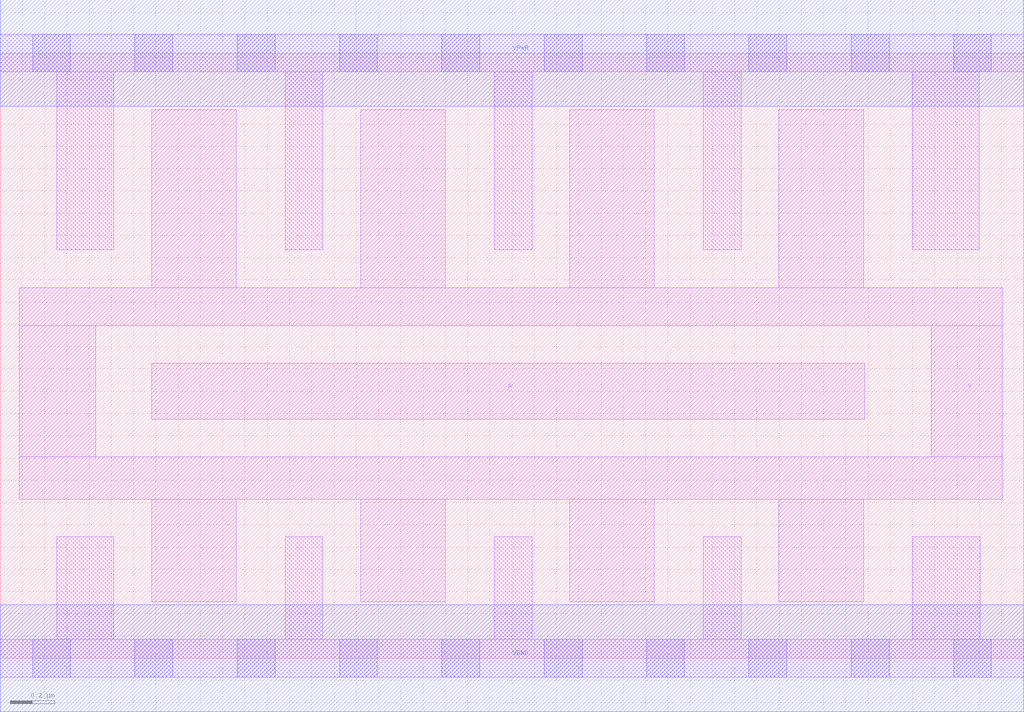
<source format=lef>
# Copyright 2020 The SkyWater PDK Authors
#
# Licensed under the Apache License, Version 2.0 (the "License");
# you may not use this file except in compliance with the License.
# You may obtain a copy of the License at
#
#     https://www.apache.org/licenses/LICENSE-2.0
#
# Unless required by applicable law or agreed to in writing, software
# distributed under the License is distributed on an "AS IS" BASIS,
# WITHOUT WARRANTIES OR CONDITIONS OF ANY KIND, either express or implied.
# See the License for the specific language governing permissions and
# limitations under the License.
#
# SPDX-License-Identifier: Apache-2.0

VERSION 5.7 ;
BUSBITCHARS "[]" ;
DIVIDERCHAR "/" ;
PROPERTYDEFINITIONS
  MACRO maskLayoutSubType STRING ;
  MACRO prCellType STRING ;
  MACRO originalViewName STRING ;
END PROPERTYDEFINITIONS
MACRO sky130_fd_sc_hdll__inv_8
  ORIGIN  0.000000  0.000000 ;
  CLASS CORE ;
  SYMMETRY X Y R90 ;
  SIZE  4.600000 BY  2.720000 ;
  SITE unithd ;
  PIN A
    ANTENNAGATEAREA  2.220000 ;
    DIRECTION INPUT ;
    USE SIGNAL ;
    PORT
      LAYER li1 ;
        RECT 0.680000 1.075000 3.885000 1.325000 ;
    END
  END A
  PIN VGND
    DIRECTION INOUT ;
    USE SIGNAL ;
    PORT
      LAYER met1 ;
        RECT 0.000000 -0.240000 4.600000 0.240000 ;
    END
  END VGND
  PIN VPWR
    DIRECTION INOUT ;
    USE SIGNAL ;
    PORT
      LAYER met1 ;
        RECT 0.000000 2.480000 4.600000 2.960000 ;
    END
  END VPWR
  PIN Y
    ANTENNADIFFAREA  2.024500 ;
    DIRECTION OUTPUT ;
    USE SIGNAL ;
    PORT
      LAYER li1 ;
        RECT 0.085000 0.715000 4.505000 0.905000 ;
        RECT 0.085000 0.905000 0.430000 1.495000 ;
        RECT 0.085000 1.495000 4.505000 1.665000 ;
        RECT 0.680000 0.255000 1.060000 0.715000 ;
        RECT 0.680000 1.665000 1.060000 2.465000 ;
        RECT 1.620000 0.255000 2.000000 0.715000 ;
        RECT 1.620000 1.665000 2.000000 2.465000 ;
        RECT 2.560000 0.255000 2.940000 0.715000 ;
        RECT 2.560000 1.665000 2.940000 2.465000 ;
        RECT 3.500000 0.255000 3.880000 0.715000 ;
        RECT 3.500000 1.665000 3.880000 2.465000 ;
        RECT 4.185000 0.905000 4.505000 1.495000 ;
    END
  END Y
  OBS
    LAYER li1 ;
      RECT 0.000000 -0.085000 4.600000 0.085000 ;
      RECT 0.000000  2.635000 4.600000 2.805000 ;
      RECT 0.255000  0.085000 0.510000 0.545000 ;
      RECT 0.255000  1.835000 0.510000 2.635000 ;
      RECT 1.280000  0.085000 1.450000 0.545000 ;
      RECT 1.280000  1.835000 1.450000 2.635000 ;
      RECT 2.220000  0.085000 2.390000 0.545000 ;
      RECT 2.220000  1.835000 2.390000 2.635000 ;
      RECT 3.160000  0.085000 3.330000 0.545000 ;
      RECT 3.160000  1.835000 3.330000 2.635000 ;
      RECT 4.100000  0.085000 4.405000 0.545000 ;
      RECT 4.100000  1.835000 4.400000 2.635000 ;
    LAYER mcon ;
      RECT 0.145000 -0.085000 0.315000 0.085000 ;
      RECT 0.145000  2.635000 0.315000 2.805000 ;
      RECT 0.605000 -0.085000 0.775000 0.085000 ;
      RECT 0.605000  2.635000 0.775000 2.805000 ;
      RECT 1.065000 -0.085000 1.235000 0.085000 ;
      RECT 1.065000  2.635000 1.235000 2.805000 ;
      RECT 1.525000 -0.085000 1.695000 0.085000 ;
      RECT 1.525000  2.635000 1.695000 2.805000 ;
      RECT 1.985000 -0.085000 2.155000 0.085000 ;
      RECT 1.985000  2.635000 2.155000 2.805000 ;
      RECT 2.445000 -0.085000 2.615000 0.085000 ;
      RECT 2.445000  2.635000 2.615000 2.805000 ;
      RECT 2.905000 -0.085000 3.075000 0.085000 ;
      RECT 2.905000  2.635000 3.075000 2.805000 ;
      RECT 3.365000 -0.085000 3.535000 0.085000 ;
      RECT 3.365000  2.635000 3.535000 2.805000 ;
      RECT 3.825000 -0.085000 3.995000 0.085000 ;
      RECT 3.825000  2.635000 3.995000 2.805000 ;
      RECT 4.285000 -0.085000 4.455000 0.085000 ;
      RECT 4.285000  2.635000 4.455000 2.805000 ;
  END
  PROPERTY maskLayoutSubType "abstract" ;
  PROPERTY prCellType "standard" ;
  PROPERTY originalViewName "layout" ;
END sky130_fd_sc_hdll__inv_8
END LIBRARY

</source>
